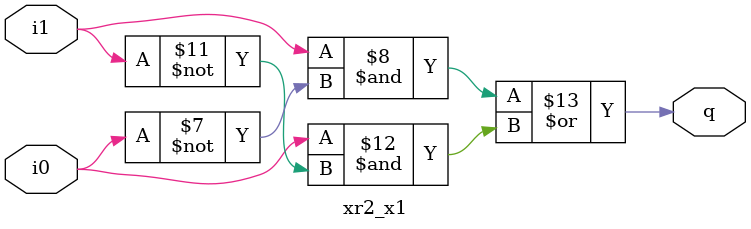
<source format=v>
/*                                                                      */
/*  Avertec Release v3.4p5 (64 bits on Linux 5.10.0-0.bpo.9-amd64)      */
/*  [AVT_only] host: fsdev                                              */
/*  [AVT_only] arch: x86_64                                             */
/*  [AVT_only] path: /opt/tasyag-3.4p5/bin/avt_shell                    */
/*  argv:                                                               */
/*                                                                      */
/*  User: verhaegs                                                      */
/*  Generation date Fri Dec 10 15:33:06 2021                            */
/*                                                                      */
/*  Verilog data flow description generated from `xr2_x1`               */
/*                                                                      */


`timescale 1 ps/1 ps

module xr2_x1 (q, i0, i1);

  output q;
  input  i0;
  input  i1;

  wire v_net3;
  wire v_net0;

  assign v_net0 = ~(i0);
  assign v_net3 = ~(i1);

  assign q = ((~(v_net3) & ~(i1)) | (~(v_net3) & ~(i0)) | (~(v_net0) & ~(i1))
| (~(v_net0) & ~(i0)));

endmodule

</source>
